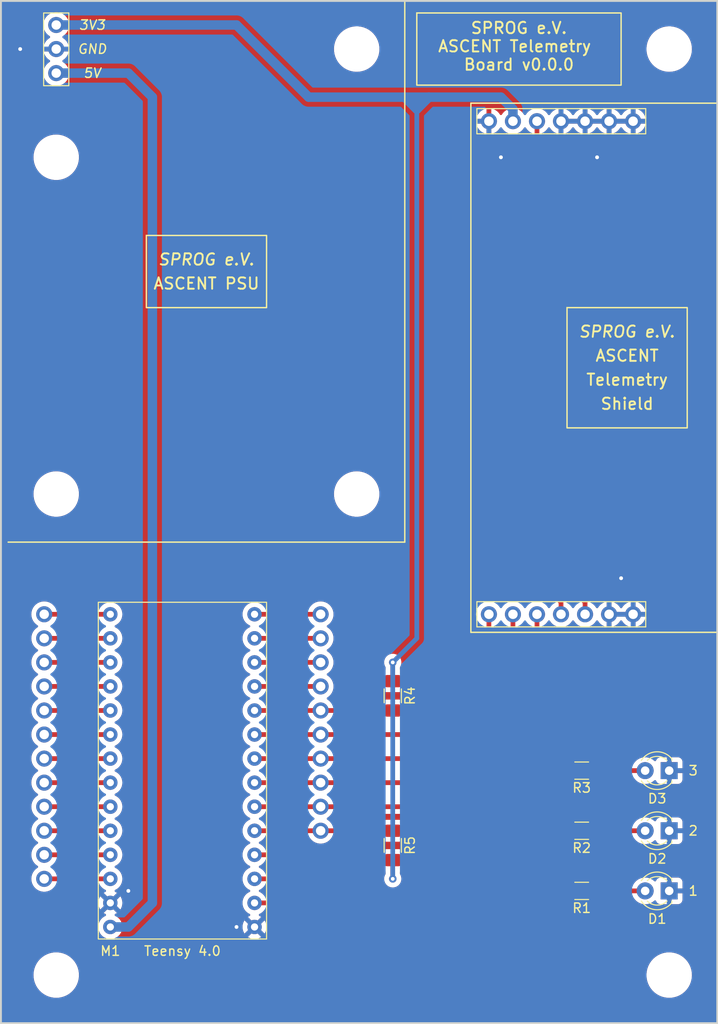
<source format=kicad_pcb>
(kicad_pcb (version 20221018) (generator pcbnew)
  (layers (0 "F.Cu" signal) (31 "B.Cu" signal) (34 "B.Paste" user) (35 "F.Paste" user) (36 "B.SilkS" user "B.Silkscreen") (37 "F.SilkS" user "F.Silkscreen") (38 "B.Mask" user) (39 "F.Mask" user) (44 "Edge.Cuts" user))
  (net 0 "")
  (net 1 "Net-(J3-Pin_1)")
  (net 2 "Net-(J3-Pin_2)")
  (net 3 "Net-(J3-Pin_3)")
  (net 4 "Net-(J3-Pin_4)")
  (net 5 "Net-(J2-Pin_1)")
  (net 6 "Net-(J2-Pin_2)")
  (net 7 "Net-(J2-Pin_3)")
  (net 8 "Net-(J2-Pin_4)")
  (net 9 "Net-(J2-Pin_5)")
  (net 10 "Net-(J2-Pin_6)")
  (net 11 "Net-(J2-Pin_7)")
  (net 12 "Net-(J2-Pin_8)")
  (net 13 "Net-(J2-Pin_9)")
  (net 14 "Net-(J2-Pin_10)")
  (net 15 "Net-(J2-Pin_11)")
  (net 16 "Net-(J2-Pin_12)")
  (net 17 "Net-(M1-D0)")
  (net 18 "Net-(M1-D1)")
  (net 19 "Net-(M1-D2)")
  (net 20 "RST")
  (net 21 "CFG")
  (net 22 "RTS")
  (net 23 "CTS")
  (net 24 "TXD")
  (net 25 "RXD")
  (net 26 "GND")
  (net 27 "+5V")
  (net 28 "Net-(D3-A)")
  (net 29 "+3.3V")
  (net 30 "Net-(D1-A)")
  (net 31 "Net-(D2-A)")
  (footprint "Resistor_SMD:R_1206_3216Metric_Pad1.30x1.75mm_HandSolder" (layer "F.Cu") (at 221.26 119.38 180)
    (fp_text reference "R3" (at 0 -1.82) (layer "F.SilkS"))
    (fp_text value "150R" hide)
    (fp_line (start -0.727064 -0.91) (end 0.727064 -0.91) (stroke (width 0.12)) (layer "F.SilkS"))
    (fp_line (start -0.727064 0.91) (end 0.727064 0.91) (stroke (width 0.12)) (layer "F.SilkS"))
    (pad "1" smd roundrect (at -1.55 0 180) (size 1.3 1.75) (layers "F.Cu" "F.Paste" "F.Mask") (roundrect_rratio 0.1923076923) (net 28 "Net-(D3-A)"))
    (pad "2" smd roundrect (at 1.55 0 180) (size 1.3 1.75) (layers "F.Cu" "F.Paste" "F.Mask") (roundrect_rratio 0.1923076923) (net 19 "Net-(M1-D2)"))
  )
  (footprint "LED_THT:LED_D3.0mm" (layer "F.Cu") (at 230.505 119.38 180)
    (fp_text reference "D3" (at 1.27 -2.96) (layer "F.SilkS"))
    (fp_text value "LED" hide)
    (fp_line (start -0.29 -1.236) (end -0.29 -1.08) (stroke (width 0.12)) (layer "F.SilkS"))
    (fp_line (start -0.29 1.08) (end -0.29 1.236) (stroke (width 0.12)) (layer "F.SilkS"))
    (fp_arc (start -0.29 -1.235516) (mid 1.366487 -1.987659) (end 2.942335 -1.078608) (stroke (width 0.12)) (layer "F.SilkS"))
    (fp_arc (start 0.229039 -1.08) (mid 1.270117 -1.5) (end 2.31113 -1.079837) (stroke (width 0.12)) (layer "F.SilkS"))
    (fp_arc (start 2.31113 1.079837) (mid 1.270117 1.5) (end 0.229039 1.08) (stroke (width 0.12)) (layer "F.SilkS"))
    (fp_arc (start 2.942335 1.078608) (mid 1.366487 1.987659) (end -0.29 1.235516) (stroke (width 0.12)) (layer "F.SilkS"))
    (pad "1" thru_hole rect (at 0 0 180) (size 1.8 1.8) (drill 0.9) (layers "*.Cu" "*.Mask") (net 26 "GND"))
    (pad "2" thru_hole circle (at 2.54 0 180) (size 1.8 1.8) (drill 0.9) (layers "*.Cu" "*.Mask") (net 28 "Net-(D3-A)"))
  )
  (footprint "MountingHole:MountingHole_4.3mm_M4" (layer "F.Cu") (at 165.735 90.17)
    (fp_text reference "REF**" hide)
    (fp_text value "MountingHole_4.3mm_M4" hide)
    (pad "" np_thru_hole circle (at 0 0) (size 4.3 4.3) (drill 4.3) (layers "F&B.Cu" "*.Mask"))
  )
  (footprint "" (layer "F.Cu") (at 193.675 113.03)
    (fp_text reference "" (at 0 0) (layer "F.SilkS") (effects (font (size 1.27 1.27))))
    (fp_text value "" (at 0 0) (layer "F.SilkS") (effects (font (size 1.27 1.27))))
    (pad "1" thru_hole oval (at 0 0 180) (size 1.7 1.7) (drill 1) (layers "*.Cu" "*.Mask") (net 25 "RXD"))
  )
  (footprint "LED_THT:LED_D3.0mm" (layer "F.Cu") (at 230.505 132.08 180)
    (fp_text reference "D1" (at 1.27 -2.96) (layer "F.SilkS"))
    (fp_text value "LED" hide)
    (fp_line (start -0.29 -1.236) (end -0.29 -1.08) (stroke (width 0.12)) (layer "F.SilkS"))
    (fp_line (start -0.29 1.08) (end -0.29 1.236) (stroke (width 0.12)) (layer "F.SilkS"))
    (fp_arc (start -0.29 -1.235516) (mid 1.366487 -1.987659) (end 2.942335 -1.078608) (stroke (width 0.12)) (layer "F.SilkS"))
    (fp_arc (start 0.229039 -1.08) (mid 1.270117 -1.5) (end 2.31113 -1.079837) (stroke (width 0.12)) (layer "F.SilkS"))
    (fp_arc (start 2.31113 1.079837) (mid 1.270117 1.5) (end 0.229039 1.08) (stroke (width 0.12)) (layer "F.SilkS"))
    (fp_arc (start 2.942335 1.078608) (mid 1.366487 1.987659) (end -0.29 1.235516) (stroke (width 0.12)) (layer "F.SilkS"))
    (pad "1" thru_hole rect (at 0 0 180) (size 1.8 1.8) (drill 0.9) (layers "*.Cu" "*.Mask") (net 26 "GND"))
    (pad "2" thru_hole circle (at 2.54 0 180) (size 1.8 1.8) (drill 0.9) (layers "*.Cu" "*.Mask") (net 30 "Net-(D1-A)"))
  )
  (footprint "" (layer "F.Cu") (at 193.675 125.73)
    (fp_text reference "" (at 0 0) (layer "F.SilkS") (effects (font (size 1.27 1.27))))
    (fp_text value "" (at 0 0) (layer "F.SilkS") (effects (font (size 1.27 1.27))))
    (pad "1" thru_hole oval (at 0 0 180) (size 1.7 1.7) (drill 1) (layers "*.Cu" "*.Mask") (net 20 "RST"))
  )
  (footprint "new_lib:pad_12" (layer "F.Cu") (at 164.465 116.84 90)
    (fp_text reference "J2" hide)
    (fp_text value "Conn_01x12_Pin" hide)
    (pad "1" thru_hole circle (at -13.97 0 90) (size 1.7 1.7) (drill 1) (layers "*.Cu" "*.Mask") (net 5 "Net-(J2-Pin_1)"))
    (pad "2" thru_hole circle (at -11.43 0 90) (size 1.7 1.7) (drill 1) (layers "*.Cu" "*.Mask") (net 6 "Net-(J2-Pin_2)"))
    (pad "3" thru_hole circle (at -8.89 0 90) (size 1.7 1.7) (drill 1) (layers "*.Cu" "*.Mask") (net 7 "Net-(J2-Pin_3)"))
    (pad "4" thru_hole circle (at -6.35 0 90) (size 1.7 1.7) (drill 1) (layers "*.Cu" "*.Mask") (net 8 "Net-(J2-Pin_4)"))
    (pad "5" thru_hole circle (at -3.81 0 90) (size 1.7 1.7) (drill 1) (layers "*.Cu" "*.Mask") (net 9 "Net-(J2-Pin_5)"))
    (pad "6" thru_hole circle (at -1.27 0 90) (size 1.7 1.7) (drill 1) (layers "*.Cu" "*.Mask") (net 10 "Net-(J2-Pin_6)"))
    (pad "7" thru_hole circle (at 1.27 0 90) (size 1.7 1.7) (drill 1) (layers "*.Cu" "*.Mask") (net 11 "Net-(J2-Pin_7)"))
    (pad "8" thru_hole circle (at 3.81 0 90) (size 1.7 1.7) (drill 1) (layers "*.Cu" "*.Mask") (net 12 "Net-(J2-Pin_8)"))
    (pad "9" thru_hole circle (at 6.35 0 90) (size 1.7 1.7) (drill 1) (layers "*.Cu" "*.Mask") (net 13 "Net-(J2-Pin_9)"))
    (pad "10" thru_hole circle (at 8.89 0 90) (size 1.7 1.7) (drill 1) (layers "*.Cu" "*.Mask") (net 14 "Net-(J2-Pin_10)"))
    (pad "11" thru_hole circle (at 11.43 0 90) (size 1.7 1.7) (drill 1) (layers "*.Cu" "*.Mask") (net 15 "Net-(J2-Pin_11)"))
    (pad "12" thru_hole circle (at 13.97 0 90) (size 1.7 1.7) (drill 1) (layers "*.Cu" "*.Mask") (net 16 "Net-(J2-Pin_12)"))
  )
  (footprint "Resistor_SMD:R_1206_3216Metric_Pad1.30x1.75mm_HandSolder" (layer "F.Cu") (at 201.295 127.28 -90)
    (fp_text reference "R5" (at 0 -1.82 90) (layer "F.SilkS"))
    (fp_text value "5k6" hide)
    (fp_line (start -0.727064 -0.91) (end 0.727064 -0.91) (stroke (width 0.12)) (layer "F.SilkS"))
    (fp_line (start -0.727064 0.91) (end 0.727064 0.91) (stroke (width 0.12)) (layer "F.SilkS"))
    (pad "1" smd roundrect (at -1.55 0 270) (size 1.3 1.75) (layers "F.Cu" "F.Paste" "F.Mask") (roundrect_rratio 0.1923076923) (net 20 "RST"))
    (pad "2" smd roundrect (at 1.55 0 270) (size 1.3 1.75) (layers "F.Cu" "F.Paste" "F.Mask") (roundrect_rratio 0.1923076923) (net 29 "+3.3V"))
  )
  (footprint "MountingHole:MountingHole_4.3mm_M4" (layer "F.Cu") (at 197.485 43.18)
    (fp_text reference "REF**" hide)
    (fp_text value "MountingHole_4.3mm_M4" hide)
    (pad "" np_thru_hole circle (at 0 0) (size 4.3 4.3) (drill 4.3) (layers "F&B.Cu" "*.Mask"))
  )
  (footprint "new_lib:pad_4" (layer "F.Cu") (at 193.675 106.68 90)
    (fp_text reference "J3" hide)
    (fp_text value "Conn_01x04_Pin" hide)
    (pad "1" thru_hole circle (at -3.81 0 90) (size 1.7 1.7) (drill 1) (layers "*.Cu" "*.Mask") (net 1 "Net-(J3-Pin_1)"))
    (pad "2" thru_hole circle (at -1.27 0 90) (size 1.7 1.7) (drill 1) (layers "*.Cu" "*.Mask") (net 2 "Net-(J3-Pin_2)"))
    (pad "3" thru_hole circle (at 1.27 0 90) (size 1.7 1.7) (drill 1) (layers "*.Cu" "*.Mask") (net 3 "Net-(J3-Pin_3)"))
    (pad "4" thru_hole circle (at 3.81 0 90) (size 1.7 1.7) (drill 1) (layers "*.Cu" "*.Mask") (net 4 "Net-(J3-Pin_4)"))
  )
  (footprint "LED_THT:LED_D3.0mm" (layer "F.Cu") (at 230.505 125.73 180)
    (fp_text reference "D2" (at 1.27 -2.96) (layer "F.SilkS"))
    (fp_text value "LED" hide)
    (fp_line (start -0.29 -1.236) (end -0.29 -1.08) (stroke (width 0.12)) (layer "F.SilkS"))
    (fp_line (start -0.29 1.08) (end -0.29 1.236) (stroke (width 0.12)) (layer "F.SilkS"))
    (fp_arc (start -0.29 -1.235516) (mid 1.366487 -1.987659) (end 2.942335 -1.078608) (stroke (width 0.12)) (layer "F.SilkS"))
    (fp_arc (start 0.229039 -1.08) (mid 1.270117 -1.5) (end 2.31113 -1.079837) (stroke (width 0.12)) (layer "F.SilkS"))
    (fp_arc (start 2.31113 1.079837) (mid 1.270117 1.5) (end 0.229039 1.08) (stroke (width 0.12)) (layer "F.SilkS"))
    (fp_arc (start 2.942335 1.078608) (mid 1.366487 1.987659) (end -0.29 1.235516) (stroke (width 0.12)) (layer "F.SilkS"))
    (pad "1" thru_hole rect (at 0 0 180) (size 1.8 1.8) (drill 0.9) (layers "*.Cu" "*.Mask") (net 26 "GND"))
    (pad "2" thru_hole circle (at 2.54 0 180) (size 1.8 1.8) (drill 0.9) (layers "*.Cu" "*.Mask") (net 31 "Net-(D2-A)"))
  )
  (footprint "Resistor_SMD:R_1206_3216Metric_Pad1.30x1.75mm_HandSolder" (layer "F.Cu") (at 201.295 111.48 -90)
    (fp_text reference "R4" (at 0 -1.82 90) (layer "F.SilkS"))
    (fp_text value "5k6" hide)
    (fp_line (start -0.727064 -0.91) (end 0.727064 -0.91) (stroke (width 0.12)) (layer "F.SilkS"))
    (fp_line (start -0.727064 0.91) (end 0.727064 0.91) (stroke (width 0.12)) (layer "F.SilkS"))
    (pad "1" smd roundrect (at -1.55 0 270) (size 1.3 1.75) (layers "F.Cu" "F.Paste" "F.Mask") (roundrect_rratio 0.1923076923) (net 29 "+3.3V"))
    (pad "2" smd roundrect (at 1.55 0 270) (size 1.3 1.75) (layers "F.Cu" "F.Paste" "F.Mask") (roundrect_rratio 0.1923076923) (net 25 "RXD"))
  )
  (footprint "MountingHole:MountingHole_4.3mm_M4" (layer "F.Cu") (at 230.505 43.18)
    (fp_text reference "REF**" hide)
    (fp_text value "MountingHole_4.3mm_M4" hide)
    (pad "" np_thru_hole circle (at 0 0) (size 4.3 4.3) (drill 4.3) (layers "F&B.Cu" "*.Mask"))
  )
  (footprint "" (layer "F.Cu") (at 193.675 115.57)
    (fp_text reference "" (at 0 0) (layer "F.SilkS") (effects (font (size 1.27 1.27))))
    (fp_text value "" (at 0 0) (layer "F.SilkS") (effects (font (size 1.27 1.27))))
    (pad "1" thru_hole oval (at 0 0 180) (size 1.7 1.7) (drill 1) (layers "*.Cu" "*.Mask") (net 24 "TXD"))
  )
  (footprint "Connector_PinSocket_2.54mm:PinSocket_1x07_P2.54mm_Vertical" (layer "F.Cu") (at 211.455 50.8 90)
    (fp_text reference "J6" hide)
    (fp_text value "Conn_01x07_Pin" hide)
    (fp_line (start -1.33 -1.27) (end -1.33 16.57) (stroke (width 0.12)) (layer "F.SilkS"))
    (fp_line (start -1.33 -1.27) (end 1.33 -1.27) (stroke (width 0.12)) (layer "F.SilkS"))
    (fp_line (start -1.33 16.57) (end 1.33 16.57) (stroke (width 0.12)) (layer "F.SilkS"))
    (fp_line (start 1.33 -1.27) (end 1.33 16.57) (stroke (width 0.12)) (layer "F.SilkS"))
    (pad "1" thru_hole oval (at 0 0 90) (size 1.7 1.7) (drill 1) (layers "*.Cu" "*.Mask") (net 26 "GND"))
    (pad "2" thru_hole oval (at 0 2.54 90) (size 1.7 1.7) (drill 1) (layers "*.Cu" "*.Mask") (net 29 "+3.3V"))
    (pad "3" thru_hole oval (at 0 5.08 90) (size 1.7 1.7) (drill 1) (layers "*.Cu" "*.Mask") (net 20 "RST"))
    (pad "4" thru_hole oval (at 0 7.62 90) (size 1.7 1.7) (drill 1) (layers "*.Cu" "*.Mask") (net 26 "GND"))
    (pad "5" thru_hole oval (at 0 10.16 90) (size 1.7 1.7) (drill 1) (layers "*.Cu" "*.Mask") (net 26 "GND"))
    (pad "6" thru_hole oval (at 0 12.7 90) (size 1.7 1.7) (drill 1) (layers "*.Cu" "*.Mask") (net 26 "GND"))
    (pad "7" thru_hole oval (at 0 15.24 90) (size 1.7 1.7) (drill 1) (layers "*.Cu" "*.Mask") (net 26 "GND"))
  )
  (footprint "Connector_PinSocket_2.54mm:PinSocket_1x03_P2.54mm_Vertical" (layer "F.Cu") (at 165.735 40.64)
    (fp_text reference "J5" hide)
    (fp_text value "Conn_01x03_Pin" hide)
    (fp_line (start -1.33 -1.27) (end -1.33 6.41) (stroke (width 0.12)) (layer "F.SilkS"))
    (fp_line (start -1.33 -1.27) (end 1.33 -1.27) (stroke (width 0.12)) (layer "F.SilkS"))
    (fp_line (start -1.33 6.41) (end 1.33 6.41) (stroke (width 0.12)) (layer "F.SilkS"))
    (fp_line (start 1.33 -1.27) (end 1.33 6.41) (stroke (width 0.12)) (layer "F.SilkS"))
    (pad "1" thru_hole oval (at 0 0) (size 1.7 1.7) (drill 1) (layers "*.Cu" "*.Mask") (net 29 "+3.3V"))
    (pad "2" thru_hole oval (at 0 2.54) (size 1.7 1.7) (drill 1) (layers "*.Cu" "*.Mask") (net 26 "GND"))
    (pad "3" thru_hole oval (at 0 5.08) (size 1.7 1.7) (drill 1) (layers "*.Cu" "*.Mask") (net 27 "+5V"))
  )
  (footprint "MountingHole:MountingHole_4.3mm_M4" (layer "F.Cu") (at 230.505 140.97)
    (fp_text reference "REF**" hide)
    (fp_text value "MountingHole_4.3mm_M4" hide)
    (pad "" np_thru_hole circle (at 0 0) (size 4.3 4.3) (drill 4.3) (layers "F&B.Cu" "*.Mask"))
  )
  (footprint "" (layer "F.Cu") (at 193.675 118.11)
    (fp_text reference "" (at 0 0) (layer "F.SilkS") (effects (font (size 1.27 1.27))))
    (fp_text value "" (at 0 0) (layer "F.SilkS") (effects (font (size 1.27 1.27))))
    (pad "1" thru_hole oval (at 0 0 180) (size 1.7 1.7) (drill 1) (layers "*.Cu" "*.Mask") (net 23 "CTS"))
  )
  (footprint "MountingHole:MountingHole_4.3mm_M4" (layer "F.Cu") (at 165.735 54.61)
    (fp_text reference "REF**" hide)
    (fp_text value "MountingHole_4.3mm_M4" hide)
    (pad "" np_thru_hole circle (at 0 0) (size 4.3 4.3) (drill 4.3) (layers "F&B.Cu" "*.Mask"))
  )
  (footprint "Resistor_SMD:R_1206_3216Metric_Pad1.30x1.75mm_HandSolder" (layer "F.Cu") (at 221.26 125.73 180)
    (fp_text reference "R2" (at 0 -1.82) (layer "F.SilkS"))
    (fp_text value "150R" hide)
    (fp_line (start -0.727064 -0.91) (end 0.727064 -0.91) (stroke (width 0.12)) (layer "F.SilkS"))
    (fp_line (start -0.727064 0.91) (end 0.727064 0.91) (stroke (width 0.12)) (layer "F.SilkS"))
    (pad "1" smd roundrect (at -1.55 0 180) (size 1.3 1.75) (layers "F.Cu" "F.Paste" "F.Mask") (roundrect_rratio 0.1923076923) (net 31 "Net-(D2-A)"))
    (pad "2" smd roundrect (at 1.55 0 180) (size 1.3 1.75) (layers "F.Cu" "F.Paste" "F.Mask") (roundrect_rratio 0.1923076923) (net 18 "Net-(M1-D1)"))
  )
  (footprint "" (layer "F.Cu") (at 193.675 120.65)
    (fp_text reference "" (at 0 0) (layer "F.SilkS") (effects (font (size 1.27 1.27))))
    (fp_text value "" (at 0 0) (layer "F.SilkS") (effects (font (size 1.27 1.27))))
    (pad "1" thru_hole oval (at 0 0 180) (size 1.7 1.7) (drill 1) (layers "*.Cu" "*.Mask") (net 22 "RTS"))
  )
  (footprint "Resistor_SMD:R_1206_3216Metric_Pad1.30x1.75mm_HandSolder" (layer "F.Cu") (at 221.26 132.08 180)
    (fp_text reference "R1" (at 0 -1.82) (layer "F.SilkS"))
    (fp_text value "150R" hide)
    (fp_line (start -0.727064 -0.91) (end 0.727064 -0.91) (stroke (width 0.12)) (layer "F.SilkS"))
    (fp_line (start -0.727064 0.91) (end 0.727064 0.91) (stroke (width 0.12)) (layer "F.SilkS"))
    (pad "1" smd roundrect (at -1.55 0 180) (size 1.3 1.75) (layers "F.Cu" "F.Paste" "F.Mask") (roundrect_rratio 0.1923076923) (net 30 "Net-(D1-A)"))
    (pad "2" smd roundrect (at 1.55 0 180) (size 1.3 1.75) (layers "F.Cu" "F.Paste" "F.Mask") (roundrect_rratio 0.1923076923) (net 17 "Net-(M1-D0)"))
  )
  (footprint "new_lib:Teensy_4.0" (layer "F.Cu") (at 179.07 119.38 180)
    (fp_text reference "M1" (at 7.62 -19.05 unlocked) (layer "F.SilkS"))
    (fp_text value "Teensy_4.0" hide)
    (fp_rect (start -8.89 -17.78) (end 8.89 17.78) (stroke (width 0.12)) (fill none) (layer "F.SilkS"))
    (pad "0" thru_hole circle (at -7.62 -13.97 180) (size 1.524 1.524) (drill 0.762) (layers "*.Cu" "*.Mask") (net 17 "Net-(M1-D0)"))
    (pad "1" thru_hole circle (at -7.62 -11.43 180) (size 1.524 1.524) (drill 0.762) (layers "*.Cu" "*.Mask") (net 18 "Net-(M1-D1)"))
    (pad "2" thru_hole circle (at -7.62 -8.89 180) (size 1.524 1.524) (drill 0.762) (layers "*.Cu" "*.Mask") (net 19 "Net-(M1-D2)"))
    (pad "3" thru_hole circle (at -7.62 -6.35 180) (size 1.524 1.524) (drill 0.762) (layers "*.Cu" "*.Mask") (net 20 "RST"))
    (pad "4" thru_hole circle (at -7.62 -3.81 180) (size 1.524 1.524) (drill 0.762) (layers "*.Cu" "*.Mask") (net 21 "CFG"))
    (pad "5" thru_hole circle (at -7.62 -1.27 180) (size 1.524 1.524) (drill 0.762) (layers "*.Cu" "*.Mask") (net 22 "RTS"))
    (pad "6" thru_hole circle (at -7.62 1.27 180) (size 1.524 1.524) (drill 0.762) (layers "*.Cu" "*.Mask") (net 23 "CTS"))
    (pad "7" thru_hole circle (at -7.62 3.81 180) (size 1.524 1.524) (drill 0.762) (layers "*.Cu" "*.Mask") (net 24 "TXD"))
    (pad "8" thru_hole circle (at -7.62 6.35 180) (size 1.524 1.524) (drill 0.762) (layers "*.Cu" "*.Mask") (net 25 "RXD"))
    (pad "9" thru_hole circle (at -7.62 8.89 180) (size 1.524 1.524) (drill 0.762) (layers "*.Cu" "*.Mask") (net 1 "Net-(J3-Pin_1)"))
    (pad "10" thru_hole circle (at -7.62 11.43 180) (size 1.524 1.524) (drill 0.762) (layers "*.Cu" "*.Mask") (net 2 "Net-(J3-Pin_2)"))
    (pad "11" thru_hole circle (at -7.62 13.97 180) (size 1.524 1.524) (drill 0.762) (layers "*.Cu" "*.Mask") (net 3 "Net-(J3-Pin_3)"))
    (pad "12" thru_hole circle (at -7.62 16.51 180) (size 1.524 1.524) (drill 0.762) (layers "*.Cu" "*.Mask") (net 4 "Net-(J3-Pin_4)"))
    (pad "13" thru_hole circle (at 7.62 16.51 180) (size 1.524 1.524) (drill 0.762) (layers "*.Cu" "*.Mask") (net 16 "Net-(J2-Pin_12)"))
    (pad "14" thru_hole circle (at 7.62 13.97 180) (size 1.524 1.524) (drill 0.762) (layers "*.Cu" "*.Mask") (net 15 "Net-(J2-Pin_11)"))
    (pad "15" thru_hole circle (at 7.62 11.43 180) (size 1.524 1.524) (drill 0.762) (layers "*.Cu" "*.Mask") (net 14 "Net-(J2-Pin_10)"))
    (pad "16" thru_hole circle (at 7.62 8.89 180) (size 1.524 1.524) (drill 0.762) (layers "*.Cu" "*.Mask") (net 13 "Net-(J2-Pin_9)"))
    (pad "17" thru_hole circle (at 7.62 6.35 180) (size 1.524 1.524) (drill 0.762) (layers "*.Cu" "*.Mask") (net 12 "Net-(J2-Pin_8)"))
    (pad "18" thru_hole circle (at 7.62 3.81 180) (size 1.524 1.524) (drill 0.762) (layers "*.Cu" "*.Mask") (net 11 "Net-(J2-Pin_7)"))
    (pad "19" thru_hole circle (at 7.62 1.27 180) (size 1.524 1.524) (drill 0.762) (layers "*.Cu" "*.Mask") (net 10 "Net-(J2-Pin_6)"))
    (pad "20" thru_hole circle (at 7.62 -1.27 180) (size 1.524 1.524) (drill 0.762) (layers "*.Cu" "*.Mask") (net 9 "Net-(J2-Pin_5)"))
    (pad "21" thru_hole circle (at 7.62 -3.81 180) (size 1.524 1.524) (drill 0.762) (layers "*.Cu" "*.Mask") (net 8 "Net-(J2-Pin_4)"))
    (pad "22" thru_hole circle (at 7.62 -6.35 180) (size 1.524 1.524) (drill 0.762) (layers "*.Cu" "*.Mask") (net 7 "Net-(J2-Pin_3)"))
    (pad "23" thru_hole circle (at 7.62 -8.89 180) (size 1.524 1.524) (drill 0.762) (layers "*.Cu" "*.Mask") (net 6 "Net-(J2-Pin_2)"))
    (pad "24" thru_hole circle (at 7.62 -11.43 180) (size 1.524 1.524) (drill 0.762) (layers "*.Cu" "*.Mask") (net 5 "Net-(J2-Pin_1)"))
    (pad "25" thru_hole circle (at 7.62 -13.97 180) (size 1.524 1.524) (drill 0.762) (layers "*.Cu" "*.Mask") (net 26 "GND"))
    (pad "26" thru_hole circle (at 7.62 -16.51 180) (size 1.524 1.524) (drill 0.762) (layers "*.Cu" "*.Mask") (net 27 "+5V"))
    (pad "27" thru_hole circle (at -7.62 -16.51 180) (size 1.524 1.524) (drill 0.762) (layers "*.Cu" "*.Mask") (net 26 "GND"))
  )
  (footprint "MountingHole:MountingHole_4.3mm_M4" (layer "F.Cu") (at 197.485 90.17)
    (fp_text reference "REF**" hide)
    (fp_text value "MountingHole_4.3mm_M4" hide)
    (pad "" np_thru_hole circle (at 0 0) (size 4.3 4.3) (drill 4.3) (layers "F&B.Cu" "*.Mask"))
  )
  (footprint "Connector_PinSocket_2.54mm:PinSocket_1x07_P2.54mm_Vertical" (layer "F.Cu") (at 211.455 102.87 90)
    (fp_text reference "J7" hide)
    (fp_text value "Conn_01x07_Pin" hide)
    (fp_line (start -1.33 -1.27) (end -1.33 16.57) (stroke (width 0.12)) (layer "F.SilkS"))
    (fp_line (start -1.33 -1.27) (end 1.33 -1.27) (stroke (width 0.12)) (layer "F.SilkS"))
    (fp_line (start -1.33 16.57) (end 1.33 16.57) (stroke (width 0.12)) (layer "F.SilkS"))
    (fp_line (start 1.33 -1.27) (end 1.33 16.57) (stroke (width 0.12)) (layer "F.SilkS"))
    (pad "1" thru_hole oval (at 0 0 90) (size 1.7 1.7) (drill 1) (layers "*.Cu" "*.Mask") (net 23 "CTS"))
    (pad "2" thru_hole oval (at 0 2.54 90) (size 1.7 1.7) (drill 1) (layers "*.Cu" "*.Mask") (net 22 "RTS"))
    (pad "3" thru_hole oval (at 0 5.08 90) (size 1.7 1.7) (drill 1) (layers "*.Cu" "*.Mask") (net 21 "CFG"))
    (pad "4" thru_hole oval (at 0 7.62 90) (size 1.7 1.7) (drill 1) (layers "*.Cu" "*.Mask") (net 24 "TXD"))
    (pad "5" thru_hole oval (at 0 10.16 90) (size 1.7 1.7) (drill 1) (layers "*.Cu" "*.Mask") (net 25 "RXD"))
    (pad "6" thru_hole oval (at 0 12.7 90) (size 1.7 1.7) (drill 1) (layers "*.Cu" "*.Mask") (net 26 "GND"))
    (pad "7" thru_hole oval (at 0 15.24 90) (size 1.7 1.7) (drill 1) (layers "*.Cu" "*.Mask") (net 26 "GND"))
  )
  (footprint "" (layer "F.Cu") (at 193.675 123.19)
    (fp_text reference "" (at 0 0) (layer "F.SilkS") (effects (font (size 1.27 1.27))))
    (fp_text value "" (at 0 0) (layer "F.SilkS") (effects (font (size 1.27 1.27))))
    (pad "1" thru_hole oval (at 0 0 180) (size 1.7 1.7) (drill 1) (layers "*.Cu" "*.Mask") (net 21 "CFG"))
  )
  (footprint "MountingHole:MountingHole_4.3mm_M4" (layer "F.Cu") (at 165.735 140.97)
    (fp_text reference "REF**" hide)
    (fp_text value "MountingHole_4.3mm_M4" hide)
    (pad "" np_thru_hole circle (at 0 0) (size 4.3 4.3) (drill 4.3) (layers "F&B.Cu" "*.Mask"))
  )
  (gr_line (start 209.55 104.775) (end 209.55 48.895) (stroke (width 0.15)) (layer "F.SilkS"))
  (gr_rect (start 175.26 62.865) (end 187.96 70.485) (stroke (width 0.15)) (fill none) (layer "F.SilkS"))
  (gr_rect (start 203.835 39.37) (end 225.425 46.99) (stroke (width 0.15)) (fill none) (layer "F.SilkS"))
  (gr_line (start 160.655 95.25) (end 202.565 95.25) (stroke (width 0.15)) (layer "F.SilkS"))
  (gr_line (start 202.565 95.25) (end 202.565 38.1) (stroke (width 0.15)) (layer "F.SilkS"))
  (gr_line (start 209.55 48.895) (end 235.585 48.895) (stroke (width 0.15)) (layer "F.SilkS"))
  (gr_rect (start 219.71 70.485) (end 232.41 83.185) (stroke (width 0.15)) (fill none) (layer "F.SilkS"))
  (gr_line (start 235.585 104.775) (end 209.55 104.775) (stroke (width 0.15)) (layer "F.SilkS"))
  (gr_rect (start 159.893 38.1) (end 235.585 146.05) (stroke (width 0.2)) (fill none) (layer "Edge.Cuts"))
  (gr_text "SPROG e.V." (at 181.61 65.405) (layer "F.SilkS") (effects (font (size 1.2 1.2) (thickness 0.2) italic)))
  (gr_text "Telemetry" (at 226.06 78.105) (layer "F.SilkS") (effects (font (size 1.2 1.2) (thickness 0.2))))
  (gr_text "Shield" (at 226.06 80.645) (layer "F.SilkS") (effects (font (size 1.2 1.2) (thickness 0.2))))
  (gr_text "3V3" (at 169.545 40.64) (layer "F.SilkS") (effects (font (size 1 1) (thickness 0.15) italic)))
  (gr_text "ASCENT PSU" (at 181.61 67.945) (layer "F.SilkS") (effects (font (size 1.2 1.2) (thickness 0.2))))
  (gr_text "SPROG e.V." (at 226.06 73.025) (layer "F.SilkS") (effects (font (size 1.2 1.2) (thickness 0.2) italic)))
  (gr_text "ASCENT" (at 226.06 75.565) (layer "F.SilkS") (effects (font (size 1.2 1.2) (thickness 0.2))))
  (gr_text "1" (at 233.045 132.08) (layer "F.SilkS") (effects (font (size 1 1))))
  (gr_text "3" (at 233.045 119.38) (layer "F.SilkS") (effects (font (size 1 1))))
  (gr_text "2" (at 233.045 125.73) (layer "F.SilkS") (effects (font (size 1 1))))
  (gr_text "Teensy 4.0" (at 179.07 138.43) (layer "F.SilkS") (effects (font (size 1 1))))
  (gr_text "SPROG e.V.\nASCENT Telemetry \nBoard v0.0.0\n" (at 214.63 42.89) (layer "F.SilkS") (effects (font (size 1.2 1.2) (thickness 0.2))))
  (gr_text "GND" (at 169.545 43.18) (layer "F.SilkS") (effects (font (size 1 1) (thickness 0.15) italic)))
  (gr_text "5V" (at 169.545 45.72) (layer "F.SilkS") (effects (font (size 1 1) (thickness 0.15) italic)))
  (segment (start 186.817 110.49) (end 193.675 110.49) (width 0.5) (layer "F.Cu") (net 1))
  (segment (start 193.675 107.95) (end 186.817 107.95) (width 0.5) (layer "F.Cu") (net 2))
  (segment (start 186.817 105.41) (end 193.675 105.41) (width 0.5) (layer "F.Cu") (net 3))
  (segment (start 193.675 102.87) (end 186.817 102.87) (width 0.5) (layer "F.Cu") (net 4))
  (segment (start 171.577 130.81) (end 164.465 130.81) (width 0.5) (layer "F.Cu") (net 5))
  (segment (start 164.465 128.27) (end 171.577 128.27) (width 0.5) (layer "F.Cu") (net 6))
  (segment (start 164.465 125.73) (end 171.577 125.73) (width 0.5) (layer "F.Cu") (net 7))
  (segment (start 171.577 123.19) (end 164.465 123.19) (width 0.5) (layer "F.Cu") (net 8))
  (segment (start 164.465 120.65) (end 171.577 120.65) (width 0.5) (layer "F.Cu") (net 9))
  (segment (start 171.577 118.11) (end 164.465 118.11) (width 0.5) (layer "F.Cu") (net 10))
  (segment (start 164.465 115.57) (end 171.577 115.57) (width 0.5) (layer "F.Cu") (net 11))
  (segment (start 171.577 113.03) (end 164.465 113.03) (width 0.5) (layer "F.Cu") (net 12))
  (segment (start 164.465 110.49) (end 171.577 110.49) (width 0.5) (layer "F.Cu") (net 13))
  (segment (start 171.577 107.95) (end 164.465 107.95) (width 0.5) (layer "F.Cu") (net 14))
  (segment (start 164.465 105.41) (end 171.577 105.41) (width 0.5) (layer "F.Cu") (net 15))
  (segment (start 171.577 102.87) (end 164.465 102.87) (width 0.5) (layer "F.Cu") (net 16))
  (segment (start 186.817 133.35) (end 193.675 133.35) (width 0.5) (layer "F.Cu") (net 17))
  (segment (start 203.835 138.43) (end 210.185 132.08) (width 0.5) (layer "F.Cu") (net 17))
  (segment (start 193.675 133.35) (end 198.755 138.43) (width 0.5) (layer "F.Cu") (net 17))
  (segment (start 198.755 138.43) (end 203.835 138.43) (width 0.5) (layer "F.Cu") (net 17))
  (segment (start 210.185 132.08) (end 219.811 132.08) (width 0.5) (layer "F.Cu") (net 17))
  (segment (start 213.995 125.73) (end 219.837 125.73) (width 0.5) (layer "F.Cu") (net 18))
  (segment (start 186.817 130.81) (end 193.675 130.81) (width 0.5) (layer "F.Cu") (net 18))
  (segment (start 203.835 135.89) (end 213.995 125.73) (width 0.5) (layer "F.Cu") (net 18))
  (segment (start 193.675 130.81) (end 198.755 135.89) (width 0.5) (layer "F.Cu") (net 18))
  (segment (start 198.755 135.89) (end 203.835 135.89) (width 0.5) (layer "F.Cu") (net 18))
  (segment (start 193.675 128.27) (end 198.755 133.35) (width 0.5) (layer "F.Cu") (net 19))
  (segment (start 186.817 128.27) (end 193.675 128.27) (width 0.5) (layer "F.Cu") (net 19))
  (segment (start 198.755 133.35) (end 203.835 133.35) (width 0.5) (layer "F.Cu") (net 19))
  (segment (start 217.805 119.38) (end 219.837 119.38) (width 0.5) (layer "F.Cu") (net 19))
  (segment (start 203.835 133.35) (end 217.805 119.38) (width 0.5) (layer "F.Cu") (net 19))
  (segment (start 219.075 110.49) (end 226.695 110.49) (width 0.5) (layer "F.Cu") (net 20))
  (segment (start 201.295 125.73) (end 193.675 125.73) (width 0.5) (layer "F.Cu") (net 20))
  (segment (start 201.295 125.73) (end 203.835 125.73) (width 0.5) (layer "F.Cu") (net 20))
  (segment (start 229.235 107.95) (end 229.235 97.79) (width 0.5) (layer "F.Cu") (net 20))
  (segment (start 216.535 85.09) (end 216.535 50.8) (width 0.5) (layer "F.Cu") (net 20))
  (segment (start 226.695 110.49) (end 229.235 107.95) (width 0.5) (layer "F.Cu") (net 20))
  (segment (start 203.835 125.73) (end 219.075 110.49) (width 0.5) (layer "F.Cu") (net 20))
  (segment (start 229.235 97.79) (end 216.535 85.09) (width 0.5) (layer "F.Cu") (net 20))
  (segment (start 186.817 125.73) (end 193.675 125.73) (width 0.5) (layer "F.Cu") (net 20))
  (segment (start 216.535 110.49) (end 216.535 102.87) (width 0.5) (layer "F.Cu") (net 21))
  (segment (start 193.675 123.19) (end 203.835 123.19) (width 0.5) (layer "F.Cu") (net 21))
  (segment (start 203.835 123.19) (end 216.535 110.49) (width 0.5) (layer "F.Cu") (net 21))
  (segment (start 193.675 123.19) (end 186.817 123.19) (width 0.5) (layer "F.Cu") (net 21))
  (segment (start 186.817 120.65) (end 193.675 120.65) (width 0.5) (layer "F.Cu") (net 22))
  (segment (start 213.995 110.49) (end 213.995 102.87) (width 0.5) (layer "F.Cu") (net 22))
  (segment (start 203.835 120.65) (end 213.995 110.49) (width 0.5) (layer "F.Cu") (net 22))
  (segment (start 193.675 120.65) (end 203.835 120.65) (width 0.5) (layer "F.Cu") (net 22))
  (segment (start 193.675 118.11) (end 203.835 118.11) (width 0.5) (layer "F.Cu") (net 23))
  (segment (start 193.675 118.11) (end 186.817 118.11) (width 0.5) (layer "F.Cu") (net 23))
  (segment (start 203.835 118.11) (end 211.455 110.49) (width 0.5) (layer "F.Cu") (net 23))
  (segment (start 211.455 110.49) (end 211.455 102.87) (width 0.5) (layer "F.Cu") (net 23))
  (segment (start 203.835 115.57) (end 208.915 110.49) (width 0.5) (layer "F.Cu") (net 24))
  (segment (start 208.915 101.6) (end 211.455 99.06) (width 0.5) (layer "F.Cu") (net 24))
  (segment (start 216.535 99.06) (end 219.075 101.6) (width 0.5) (layer "F.Cu") (net 24))
  (segment (start 193.675 115.57) (end 203.835 115.57) (width 0.5) (layer "F.Cu") (net 24))
  (segment (start 208.915 110.49) (end 208.915 101.6) (width 0.5) (layer "F.Cu") (net 24))
  (segment (start 211.455 99.06) (end 216.535 99.06) (width 0.5) (layer "F.Cu") (net 24))
  (segment (start 219.075 101.6) (end 219.075 102.87) (width 0.5) (layer "F.Cu") (net 24))
  (segment (start 186.817 115.57) (end 193.675 115.57) (width 0.5) (layer "F.Cu") (net 24))
  (segment (start 206.375 101.6) (end 211.455 96.52) (width 0.5) (layer "F.Cu") (net 25))
  (segment (start 206.375 110.49) (end 206.375 101.6) (width 0.5) (layer "F.Cu") (net 25))
  (segment (start 221.615 101.6) (end 221.615 102.87) (width 0.5) (layer "F.Cu") (net 25))
  (segment (start 203.835 113.03) (end 206.375 110.49) (width 0.5) (layer "F.Cu") (net 25))
  (segment (start 201.295 113.03) (end 203.835 113.03) (width 0.5) (layer "F.Cu") (net 25))
  (segment (start 201.295 113.03) (end 193.675 113.03) (width 0.5) (layer "F.Cu") (net 25))
  (segment (start 193.675 113.03) (end 186.817 113.03) (width 0.5) (layer "F.Cu") (net 25))
  (segment (start 211.455 96.52) (end 216.535 96.52) (width 0.5) (layer "F.Cu") (net 25))
  (segment (start 216.535 96.52) (end 221.615 101.6) (width 0.5) (layer "F.Cu") (net 25))
  (via (at 161.925 43.18) (size 0.8) (drill 0.4) (layers "F.Cu" "B.Cu") (net 26))
  (via (at 222.885 54.61) (size 0.8) (drill 0.4) (layers "F.Cu" "B.Cu") (net 26))
  (via (at 184.785 135.89) (size 0.8) (drill 0.4) (layers "F.Cu" "B.Cu") (net 26))
  (via (at 225.425 99.06) (size 0.8) (drill 0.4) (layers "F.Cu" "B.Cu") (net 26))
  (via (at 173.355 132.08) (size 0.8) (drill 0.4) (layers "F.Cu" "B.Cu") (net 26))
  (via (at 212.725 54.61) (size 0.8) (drill 0.4) (layers "F.Cu" "B.Cu") (net 26))
  (segment (start 175.895 129.54) (end 175.895 48.26) (width 1) (layer "B.Cu") (net 27))
  (segment (start 175.895 48.26) (end 173.355 45.72) (width 1) (layer "B.Cu") (net 27))
  (segment (start 173.355 135.89) (end 175.895 133.35) (width 1) (layer "B.Cu") (net 27))
  (segment (start 175.895 130.81) (end 175.895 129.54) (width 1) (layer "B.Cu") (net 27))
  (segment (start 173.355 45.72) (end 165.735 45.72) (width 1) (layer "B.Cu") (net 27))
  (segment (start 171.577 135.89) (end 173.355 135.89) (width 1) (layer "B.Cu") (net 27))
  (segment (start 175.895 133.35) (end 175.895 130.81) (width 1) (layer "B.Cu") (net 27))
  (segment (start 222.937 119.38) (end 227.965 119.38) (width 0.5) (layer "F.Cu") (net 28))
  (segment (start 201.295 128.83) (end 201.295 130.81) (width 0.5) (layer "F.Cu") (net 29))
  (segment (start 201.295 109.93) (end 201.295 107.95) (width 0.5) (layer "F.Cu") (net 29))
  (via (at 201.295 130.81) (size 0.8) (drill 0.4) (layers "F.Cu" "B.Cu") (net 29))
  (via (at 201.295 107.95) (size 0.8) (drill 0.4) (layers "F.Cu" "B.Cu") (net 29))
  (segment (start 203.835 49.53) (end 202.565 48.26) (width 1) (layer "B.Cu") (net 29))
  (segment (start 205.105 48.26) (end 202.565 48.26) (width 1) (layer "B.Cu") (net 29))
  (segment (start 201.295 123.19) (end 201.295 107.95) (width 0.5) (layer "B.Cu") (net 29))
  (segment (start 201.295 130.81) (end 201.295 123.19) (width 0.5) (layer "B.Cu") (net 29))
  (segment (start 165.735 40.64) (end 184.785 40.64) (width 1) (layer "B.Cu") (net 29))
  (segment (start 213.995 50.8) (end 213.995 49.53) (width 1) (layer "B.Cu") (net 29))
  (segment (start 203.835 105.41) (end 203.835 49.53) (width 0.5) (layer "B.Cu") (net 29))
  (segment (start 203.835 49.53) (end 205.105 48.26) (width 1) (layer "B.Cu") (net 29))
  (segment (start 212.725 48.26) (end 205.105 48.26) (width 1) (layer "B.Cu") (net 29))
  (segment (start 213.995 49.53) (end 212.725 48.26) (width 1) (layer "B.Cu") (net 29))
  (segment (start 192.405 48.26) (end 184.785 40.64) (width 1) (layer "B.Cu") (net 29))
  (segment (start 203.835 49.53) (end 203.835 48.26) (width 0.5) (layer "B.Cu") (net 29))
  (segment (start 201.295 107.95) (end 203.835 105.41) (width 0.5) (layer "B.Cu") (net 29))
  (segment (start 202.565 48.26) (end 192.405 48.26) (width 1) (layer "B.Cu") (net 29))
  (segment (start 222.911 132.08) (end 227.939 132.08) (width 0.5) (layer "F.Cu") (net 30))
  (segment (start 222.937 125.73) (end 227.965 125.73) (width 0.5) (layer "F.Cu") (net 31))
  (zone (net 26) (net_name "GND") (layers "F&B.Cu") (connect_pads (clearance 0.508)) (min_thickness 0.254) (fill yes (thermal_gap 0.508) (thermal_bridge_width 0.508))
    (polygon (pts (xy 235.585 146.05) (xy 159.893 146.05) (xy 159.893 38.1) (xy 235.585 38.1)))
  )
)
</source>
